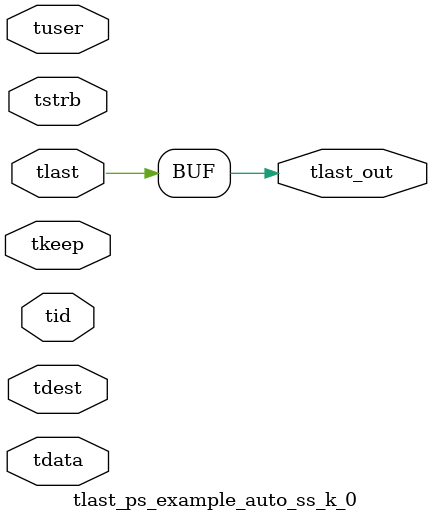
<source format=v>


`timescale 1ps/1ps

module tlast_ps_example_auto_ss_k_0 #
(
parameter C_S_AXIS_TID_WIDTH   = 1,
parameter C_S_AXIS_TUSER_WIDTH = 0,
parameter C_S_AXIS_TDATA_WIDTH = 0,
parameter C_S_AXIS_TDEST_WIDTH = 0
)
(
input  [(C_S_AXIS_TID_WIDTH   == 0 ? 1 : C_S_AXIS_TID_WIDTH)-1:0       ] tid,
input  [(C_S_AXIS_TDATA_WIDTH == 0 ? 1 : C_S_AXIS_TDATA_WIDTH)-1:0     ] tdata,
input  [(C_S_AXIS_TUSER_WIDTH == 0 ? 1 : C_S_AXIS_TUSER_WIDTH)-1:0     ] tuser,
input  [(C_S_AXIS_TDEST_WIDTH == 0 ? 1 : C_S_AXIS_TDEST_WIDTH)-1:0     ] tdest,
input  [(C_S_AXIS_TDATA_WIDTH/8)-1:0 ] tkeep,
input  [(C_S_AXIS_TDATA_WIDTH/8)-1:0 ] tstrb,
input  [0:0]                                                             tlast,
output                                                                   tlast_out
);

assign tlast_out = {tlast};

endmodule


</source>
